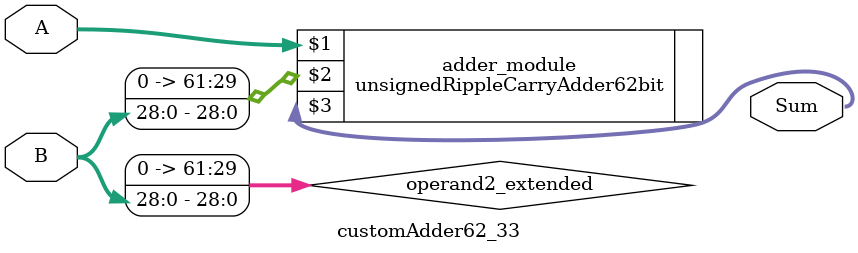
<source format=v>
module customAdder62_33(
                        input [61 : 0] A,
                        input [28 : 0] B,
                        
                        output [62 : 0] Sum
                );

        wire [61 : 0] operand2_extended;
        
        assign operand2_extended =  {33'b0, B};
        
        unsignedRippleCarryAdder62bit adder_module(
            A,
            operand2_extended,
            Sum
        );
        
        endmodule
        
</source>
